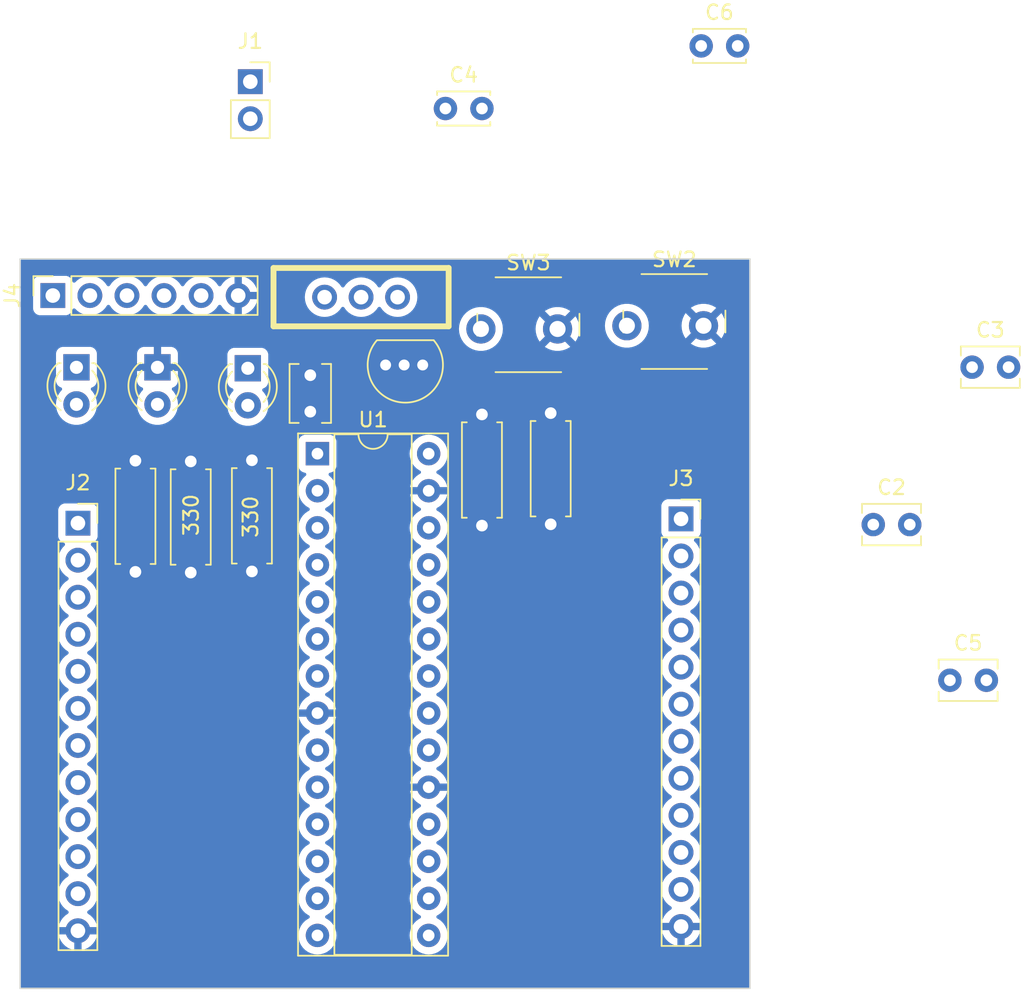
<source format=kicad_pcb>
(kicad_pcb (version 20221018) (generator pcbnew)
  (layers (0 "F.Cu" signal) (31 "B.Cu" signal) (34 "B.Paste" user) (35 "F.Paste" user) (36 "B.SilkS" user "B.Silkscreen") (37 "F.SilkS" user "F.Silkscreen") (38 "B.Mask" user) (39 "F.Mask" user) (44 "Edge.Cuts" user))
  (net 0 "")
  (net 1 "+3.3V")
  (net 2 "GND")
  (net 3 "/GREEN")
  (net 4 "Net-(D1-A)")
  (net 5 "Net-(D2-A)")
  (net 6 "/YELLOW")
  (net 7 "Net-(D3-A)")
  (net 8 "Net-(J1-Pin_1)")
  (net 9 "/A0")
  (net 10 "/A1")
  (net 11 "/B0")
  (net 12 "/B1")
  (net 13 "/B2")
  (net 14 "/A3")
  (net 15 "/B6")
  (net 16 "/Vin")
  (net 17 "/B15")
  (net 18 "/B14")
  (net 19 "/B13")
  (net 20 "/B12")
  (net 21 "/B11")
  (net 22 "/B10")
  (net 23 "/B9")
  (net 24 "/B8")
  (net 25 "/B7")
  (net 27 "/U1TX")
  (net 28 "/U1RX")
  (net 29 "Net-(J4-Pin_4)")
  (net 31 "/MCLR")
  (net 32 "/USER")
  (net 33 "Net-(U1-Vcap)")
  (footprint "Capacitor_THT:C_Disc_D3.4mm_W2.1mm_P2.50mm" (layer "F.Cu") (at 146.66 85.4)
    (fp_text reference "C6" (at 1.25 -2.3) (layer "F.SilkS"))
    (fp_text value "0.1uF")
    (fp_line (start -0.57 -1.17) (end -0.57 -0.925) (stroke (width 0.12)) (layer "F.SilkS"))
    (fp_line (start -0.57 -1.17) (end 3.07 -1.17) (stroke (width 0.12)) (layer "F.SilkS"))
    (fp_line (start -0.57 0.925) (end -0.57 1.17) (stroke (width 0.12)) (layer "F.SilkS"))
    (fp_line (start -0.57 1.17) (end 3.07 1.17) (stroke (width 0.12)) (layer "F.SilkS"))
    (fp_line (start 3.07 -1.17) (end 3.07 -0.925) (stroke (width 0.12)) (layer "F.SilkS"))
    (fp_line (start 3.07 0.925) (end 3.07 1.17) (stroke (width 0.12)) (layer "F.SilkS"))
    (pad "1" thru_hole circle (at 0 0) (size 1.6 1.6) (drill 0.8) (layers "*.Cu" "*.Mask") (net 1 "+3.3V"))
    (pad "2" thru_hole circle (at 2.5 0) (size 1.6 1.6) (drill 0.8) (layers "*.Cu" "*.Mask") (net 2 "GND"))
  )
  (footprint "Capacitor_THT:C_Disc_D3.8mm_W2.6mm_P2.50mm" (layer "F.Cu") (at 158.45 118.21)
    (fp_text reference "C2" (at 1.25 -2.55) (layer "F.SilkS"))
    (fp_text value "1uF")
    (fp_line (start -0.77 -1.42) (end -0.77 -0.795) (stroke (width 0.12)) (layer "F.SilkS"))
    (fp_line (start -0.77 -1.42) (end 3.27 -1.42) (stroke (width 0.12)) (layer "F.SilkS"))
    (fp_line (start -0.77 0.795) (end -0.77 1.42) (stroke (width 0.12)) (layer "F.SilkS"))
    (fp_line (start -0.77 1.42) (end 3.27 1.42) (stroke (width 0.12)) (layer "F.SilkS"))
    (fp_line (start 3.27 -1.42) (end 3.27 -0.795) (stroke (width 0.12)) (layer "F.SilkS"))
    (fp_line (start 3.27 0.795) (end 3.27 1.42) (stroke (width 0.12)) (layer "F.SilkS"))
    (pad "1" thru_hole circle (at 0 0) (size 1.6 1.6) (drill 0.8) (layers "*.Cu" "*.Mask") (net 1 "+3.3V"))
    (pad "2" thru_hole circle (at 2.5 0) (size 1.6 1.6) (drill 0.8) (layers "*.Cu" "*.Mask") (net 2 "GND"))
  )
  (footprint "ME433:SlideSwitch" (layer "F.Cu") (at 123.36 102.62)
    (fp_text reference "SW1" hide)
    (fp_text value "PWR" hide)
    (fp_line (start -6 -2) (end -6 2) (stroke (width 0.4)) (layer "F.SilkS"))
    (fp_line (start -6 2) (end 6 2) (stroke (width 0.4)) (layer "F.SilkS"))
    (fp_line (start 6 -2) (end -6 -2) (stroke (width 0.4)) (layer "F.SilkS"))
    (fp_line (start 6 -2) (end 6 2) (stroke (width 0.4)) (layer "F.SilkS"))
    (pad "1" thru_hole circle (at -2.5 0) (size 1.7 1.7) (drill 1) (layers "*.Cu" "*.Mask") (net 29 "Net-(J4-Pin_4)"))
    (pad "2" thru_hole circle (at 0 0) (size 1.7 1.7) (drill 1) (layers "*.Cu" "*.Mask") (net 16 "/Vin"))
    (pad "3" thru_hole circle (at 2.5 0) (size 1.7 1.7) (drill 1) (layers "*.Cu" "*.Mask") (net 8 "Net-(J1-Pin_1)"))
  )
  (footprint "ME433:SW_PUSH" (layer "F.Cu") (at 131.57 102.26)
    (fp_text reference "SW3" (at 3.25 -2) (layer "F.SilkS"))
    (fp_text value "USER")
    (fp_line (start -0.25 1.5) (end -0.25 3) (stroke (width 0.12)) (layer "F.SilkS"))
    (fp_line (start 1 5.5) (end 5.5 5.5) (stroke (width 0.12)) (layer "F.SilkS"))
    (fp_line (start 5.5 -1) (end 1 -1) (stroke (width 0.12)) (layer "F.SilkS"))
    (fp_line (start 6.75 3) (end 6.75 1.5) (stroke (width 0.12)) (layer "F.SilkS"))
    (pad "1" thru_hole circle (at 0 2.54 90) (size 2 2) (drill 1.1) (layers "*.Cu" "*.Mask") (net 32 "/USER"))
    (pad "2" thru_hole circle (at 5.25 2.54 90) (size 2 2) (drill 1.1) (layers "*.Cu" "*.Mask") (net 2 "GND"))
  )
  (footprint "ME433:SW_PUSH" (layer "F.Cu") (at 141.57 102.04)
    (fp_text reference "SW2" (at 3.25 -2) (layer "F.SilkS"))
    (fp_text value "MCLR")
    (fp_line (start -0.25 1.5) (end -0.25 3) (stroke (width 0.12)) (layer "F.SilkS"))
    (fp_line (start 1 5.5) (end 5.5 5.5) (stroke (width 0.12)) (layer "F.SilkS"))
    (fp_line (start 5.5 -1) (end 1 -1) (stroke (width 0.12)) (layer "F.SilkS"))
    (fp_line (start 6.75 3) (end 6.75 1.5) (stroke (width 0.12)) (layer "F.SilkS"))
    (pad "1" thru_hole circle (at 0 2.54 90) (size 2 2) (drill 1.1) (layers "*.Cu" "*.Mask") (net 31 "/MCLR"))
    (pad "2" thru_hole circle (at 5.25 2.54 90) (size 2 2) (drill 1.1) (layers "*.Cu" "*.Mask") (net 2 "GND"))
  )
  (footprint "Connector_PinSocket_2.54mm:PinSocket_1x06_P2.54mm_Vertical" (layer "F.Cu") (at 102.24 102.51 90)
    (fp_text reference "J4" (at 0 -2.77 90) (layer "F.SilkS"))
    (fp_text value "CP2102")
    (fp_line (start -1.33 1.27) (end -1.33 14.03) (stroke (width 0.12)) (layer "F.SilkS"))
    (fp_line (start -1.33 1.27) (end 1.33 1.27) (stroke (width 0.12)) (layer "F.SilkS"))
    (fp_line (start -1.33 14.03) (end 1.33 14.03) (stroke (width 0.12)) (layer "F.SilkS"))
    (fp_line (start 0 -1.33) (end 1.33 -1.33) (stroke (width 0.12)) (layer "F.SilkS"))
    (fp_line (start 1.33 -1.33) (end 1.33 0) (stroke (width 0.12)) (layer "F.SilkS"))
    (fp_line (start 1.33 1.27) (end 1.33 14.03) (stroke (width 0.12)) (layer "F.SilkS"))
    (pad "1" thru_hole rect (at 0 0 90) (size 1.7 1.7) (drill 1) (layers "*.Cu" "*.Mask"))
    (pad "2" thru_hole oval (at 0 2.54 90) (size 1.7 1.7) (drill 1) (layers "*.Cu" "*.Mask") (net 27 "/U1TX"))
    (pad "3" thru_hole oval (at 0 5.08 90) (size 1.7 1.7) (drill 1) (layers "*.Cu" "*.Mask") (net 28 "/U1RX"))
    (pad "4" thru_hole oval (at 0 7.62 90) (size 1.7 1.7) (drill 1) (layers "*.Cu" "*.Mask") (net 29 "Net-(J4-Pin_4)"))
    (pad "5" thru_hole oval (at 0 10.16 90) (size 1.7 1.7) (drill 1) (layers "*.Cu" "*.Mask"))
    (pad "6" thru_hole oval (at 0 12.7 90) (size 1.7 1.7) (drill 1) (layers "*.Cu" "*.Mask") (net 2 "GND"))
  )
  (footprint "Connector_PinSocket_2.54mm:PinSocket_1x12_P2.54mm_Vertical" (layer "F.Cu") (at 103.96 118.11)
    (fp_text reference "J2" (at 0 -2.77) (layer "F.SilkS"))
    (fp_text value "LEFT")
    (fp_line (start -1.33 1.27) (end -1.33 29.27) (stroke (width 0.12)) (layer "F.SilkS"))
    (fp_line (start -1.33 1.27) (end 1.33 1.27) (stroke (width 0.12)) (layer "F.SilkS"))
    (fp_line (start -1.33 29.27) (end 1.33 29.27) (stroke (width 0.12)) (layer "F.SilkS"))
    (fp_line (start 0 -1.33) (end 1.33 -1.33) (stroke (width 0.12)) (layer "F.SilkS"))
    (fp_line (start 1.33 -1.33) (end 1.33 0) (stroke (width 0.12)) (layer "F.SilkS"))
    (fp_line (start 1.33 1.27) (end 1.33 29.27) (stroke (width 0.12)) (layer "F.SilkS"))
    (pad "1" thru_hole rect (at 0 0) (size 1.7 1.7) (drill 1) (layers "*.Cu" "*.Mask") (net 9 "/A0"))
    (pad "2" thru_hole oval (at 0 2.54) (size 1.7 1.7) (drill 1) (layers "*.Cu" "*.Mask") (net 10 "/A1"))
    (pad "3" thru_hole oval (at 0 5.08) (size 1.7 1.7) (drill 1) (layers "*.Cu" "*.Mask") (net 11 "/B0"))
    (pad "4" thru_hole oval (at 0 7.62) (size 1.7 1.7) (drill 1) (layers "*.Cu" "*.Mask") (net 12 "/B1"))
    (pad "5" thru_hole oval (at 0 10.16) (size 1.7 1.7) (drill 1) (layers "*.Cu" "*.Mask") (net 13 "/B2"))
    (pad "6" thru_hole oval (at 0 12.7) (size 1.7 1.7) (drill 1) (layers "*.Cu" "*.Mask") (net 14 "/A3"))
    (pad "7" thru_hole oval (at 0 15.24) (size 1.7 1.7) (drill 1) (layers "*.Cu" "*.Mask") (net 3 "/GREEN"))
    (pad "8" thru_hole oval (at 0 17.78) (size 1.7 1.7) (drill 1) (layers "*.Cu" "*.Mask") (net 6 "/YELLOW"))
    (pad "9" thru_hole oval (at 0 20.32) (size 1.7 1.7) (drill 1) (layers "*.Cu" "*.Mask") (net 15 "/B6"))
    (pad "10" thru_hole oval (at 0 22.86) (size 1.7 1.7) (drill 1) (layers "*.Cu" "*.Mask") (net 16 "/Vin"))
    (pad "11" thru_hole oval (at 0 25.4) (size 1.7 1.7) (drill 1) (layers "*.Cu" "*.Mask") (net 1 "+3.3V"))
    (pad "12" thru_hole oval (at 0 27.94) (size 1.7 1.7) (drill 1) (layers "*.Cu" "*.Mask") (net 2 "GND"))
  )
  (footprint "Resistor_THT:R_Axial_DIN0207_L6.3mm_D2.5mm_P7.62mm_Horizontal" (layer "F.Cu") (at 111.69 113.88 -90)
    (fp_text reference "R2" hide)
    (fp_text value "330" (at 3.67 -0.03 90) (layer "F.SilkS"))
    (fp_line (start 0.54 -1.37) (end 7.08 -1.37) (stroke (width 0.12)) (layer "F.SilkS"))
    (fp_line (start 0.54 -1.04) (end 0.54 -1.37) (stroke (width 0.12)) (layer "F.SilkS"))
    (fp_line (start 0.54 1.04) (end 0.54 1.37) (stroke (width 0.12)) (layer "F.SilkS"))
    (fp_line (start 0.54 1.37) (end 7.08 1.37) (stroke (width 0.12)) (layer "F.SilkS"))
    (fp_line (start 7.08 -1.37) (end 7.08 -1.04) (stroke (width 0.12)) (layer "F.SilkS"))
    (fp_line (start 7.08 1.37) (end 7.08 1.04) (stroke (width 0.12)) (layer "F.SilkS"))
    (pad "1" thru_hole circle (at 0 0 270) (size 1.6 1.6) (drill 0.8) (layers "*.Cu" "*.Mask") (net 5 "Net-(D2-A)"))
    (pad "2" thru_hole oval (at 7.62 0 270) (size 1.6 1.6) (drill 0.8) (layers "*.Cu" "*.Mask") (net 1 "+3.3V"))
  )
  (footprint "Connector_PinSocket_2.54mm:PinSocket_1x12_P2.54mm_Vertical" (layer "F.Cu") (at 145.28 117.82)
    (fp_text reference "J3" (at 0 -2.77) (layer "F.SilkS"))
    (fp_text value "RIGHT")
    (fp_line (start -1.33 1.27) (end -1.33 29.27) (stroke (width 0.12)) (layer "F.SilkS"))
    (fp_line (start -1.33 1.27) (end 1.33 1.27) (stroke (width 0.12)) (layer "F.SilkS"))
    (fp_line (start -1.33 29.27) (end 1.33 29.27) (stroke (width 0.12)) (layer "F.SilkS"))
    (fp_line (start 0 -1.33) (end 1.33 -1.33) (stroke (width 0.12)) (layer "F.SilkS"))
    (fp_line (start 1.33 -1.33) (end 1.33 0) (stroke (width 0.12)) (layer "F.SilkS"))
    (fp_line (start 1.33 1.27) (end 1.33 29.27) (stroke (width 0.12)) (layer "F.SilkS"))
    (pad "1" thru_hole rect (at 0 0) (size 1.7 1.7) (drill 1) (layers "*.Cu" "*.Mask") (net 17 "/B15"))
    (pad "2" thru_hole oval (at 0 2.54) (size 1.7 1.7) (drill 1) (layers "*.Cu" "*.Mask") (net 18 "/B14"))
    (pad "3" thru_hole oval (at 0 5.08) (size 1.7 1.7) (drill 1) (layers "*.Cu" "*.Mask") (net 19 "/B13"))
    (pad "4" thru_hole oval (at 0 7.62) (size 1.7 1.7) (drill 1) (layers "*.Cu" "*.Mask") (net 20 "/B12"))
    (pad "5" thru_hole oval (at 0 10.16) (size 1.7 1.7) (drill 1) (layers "*.Cu" "*.Mask") (net 21 "/B11"))
    (pad "6" thru_hole oval (at 0 12.7) (size 1.7 1.7) (drill 1) (layers "*.Cu" "*.Mask") (net 22 "/B10"))
    (pad "7" thru_hole oval (at 0 15.24) (size 1.7 1.7) (drill 1) (layers "*.Cu" "*.Mask") (net 23 "/B9"))
    (pad "8" thru_hole oval (at 0 17.78) (size 1.7 1.7) (drill 1) (layers "*.Cu" "*.Mask") (net 24 "/B8"))
    (pad "9" thru_hole oval (at 0 20.32) (size 1.7 1.7) (drill 1) (layers "*.Cu" "*.Mask") (net 25 "/B7"))
    (pad "10" thru_hole oval (at 0 22.86) (size 1.7 1.7) (drill 1) (layers "*.Cu" "*.Mask") (net 16 "/Vin"))
    (pad "11" thru_hole oval (at 0 25.4) (size 1.7 1.7) (drill 1) (layers "*.Cu" "*.Mask") (net 1 "+3.3V"))
    (pad "12" thru_hole oval (at 0 27.94) (size 1.7 1.7) (drill 1) (layers "*.Cu" "*.Mask") (net 2 "GND"))
  )
  (footprint "Resistor_THT:R_Axial_DIN0207_L6.3mm_D2.5mm_P7.62mm_Horizontal" (layer "F.Cu") (at 107.9 113.83 -90)
    (fp_text reference "R3" hide)
    (fp_text value "330")
    (fp_line (start 0.54 -1.37) (end 7.08 -1.37) (stroke (width 0.12)) (layer "F.SilkS"))
    (fp_line (start 0.54 -1.04) (end 0.54 -1.37) (stroke (width 0.12)) (layer "F.SilkS"))
    (fp_line (start 0.54 1.04) (end 0.54 1.37) (stroke (width 0.12)) (layer "F.SilkS"))
    (fp_line (start 0.54 1.37) (end 7.08 1.37) (stroke (width 0.12)) (layer "F.SilkS"))
    (fp_line (start 7.08 -1.37) (end 7.08 -1.04) (stroke (width 0.12)) (layer "F.SilkS"))
    (fp_line (start 7.08 1.37) (end 7.08 1.04) (stroke (width 0.12)) (layer "F.SilkS"))
    (pad "1" thru_hole circle (at 0 0 270) (size 1.6 1.6) (drill 0.8) (layers "*.Cu" "*.Mask") (net 7 "Net-(D3-A)"))
    (pad "2" thru_hole oval (at 7.62 0 270) (size 1.6 1.6) (drill 0.8) (layers "*.Cu" "*.Mask") (net 1 "+3.3V"))
  )
  (footprint "Resistor_THT:R_Axial_DIN0207_L6.3mm_D2.5mm_P7.62mm_Horizontal" (layer "F.Cu") (at 131.64 118.28 90)
    (fp_text reference "R5" hide)
    (fp_text value "10K")
    (fp_line (start 0.54 -1.37) (end 7.08 -1.37) (stroke (width 0.12)) (layer "F.SilkS"))
    (fp_line (start 0.54 -1.04) (end 0.54 -1.37) (stroke (width 0.12)) (layer "F.SilkS"))
    (fp_line (start 0.54 1.04) (end 0.54 1.37) (stroke (width 0.12)) (layer "F.SilkS"))
    (fp_line (start 0.54 1.37) (end 7.08 1.37) (stroke (width 0.12)) (layer "F.SilkS"))
    (fp_line (start 7.08 -1.37) (end 7.08 -1.04) (stroke (width 0.12)) (layer "F.SilkS"))
    (fp_line (start 7.08 1.37) (end 7.08 1.04) (stroke (width 0.12)) (layer "F.SilkS"))
    (pad "1" thru_hole circle (at 0 0 90) (size 1.6 1.6) (drill 0.8) (layers "*.Cu" "*.Mask") (net 1 "+3.3V"))
    (pad "2" thru_hole oval (at 7.62 0 90) (size 1.6 1.6) (drill 0.8) (layers "*.Cu" "*.Mask") (net 32 "/USER"))
  )
  (footprint "Resistor_THT:R_Axial_DIN0207_L6.3mm_D2.5mm_P7.62mm_Horizontal" (layer "F.Cu") (at 115.88 113.8 -90)
    (fp_text reference "330" (at 3.87 0.09 90) (layer "F.SilkS"))
    (fp_text value "R" hide)
    (fp_line (start 0.54 -1.37) (end 7.08 -1.37) (stroke (width 0.12)) (layer "F.SilkS"))
    (fp_line (start 0.54 -1.04) (end 0.54 -1.37) (stroke (width 0.12)) (layer "F.SilkS"))
    (fp_line (start 0.54 1.04) (end 0.54 1.37) (stroke (width 0.12)) (layer "F.SilkS"))
    (fp_line (start 0.54 1.37) (end 7.08 1.37) (stroke (width 0.12)) (layer "F.SilkS"))
    (fp_line (start 7.08 -1.37) (end 7.08 -1.04) (stroke (width 0.12)) (layer "F.SilkS"))
    (fp_line (start 7.08 1.37) (end 7.08 1.04) (stroke (width 0.12)) (layer "F.SilkS"))
    (pad "1" thru_hole circle (at 0 0 270) (size 1.6 1.6) (drill 0.8) (layers "*.Cu" "*.Mask") (net 4 "Net-(D1-A)"))
    (pad "2" thru_hole oval (at 7.62 0 270) (size 1.6 1.6) (drill 0.8) (layers "*.Cu" "*.Mask") (net 1 "+3.3V"))
  )
  (footprint "Capacitor_THT:C_Disc_D3.8mm_W2.6mm_P2.50mm" (layer "F.Cu") (at 165.22 107.42)
    (fp_text reference "C3" (at 1.25 -2.55) (layer "F.SilkS"))
    (fp_text value "1uF")
    (fp_line (start -0.77 -1.42) (end -0.77 -0.795) (stroke (width 0.12)) (layer "F.SilkS"))
    (fp_line (start -0.77 -1.42) (end 3.27 -1.42) (stroke (width 0.12)) (layer "F.SilkS"))
    (fp_line (start -0.77 0.795) (end -0.77 1.42) (stroke (width 0.12)) (layer "F.SilkS"))
    (fp_line (start -0.77 1.42) (end 3.27 1.42) (stroke (width 0.12)) (layer "F.SilkS"))
    (fp_line (start 3.27 -1.42) (end 3.27 -0.795) (stroke (width 0.12)) (layer "F.SilkS"))
    (fp_line (start 3.27 0.795) (end 3.27 1.42) (stroke (width 0.12)) (layer "F.SilkS"))
    (pad "1" thru_hole circle (at 0 0) (size 1.6 1.6) (drill 0.8) (layers "*.Cu" "*.Mask") (net 1 "+3.3V"))
    (pad "2" thru_hole circle (at 2.5 0) (size 1.6 1.6) (drill 0.8) (layers "*.Cu" "*.Mask") (net 2 "GND"))
  )
  (footprint "Connector_PinSocket_2.54mm:PinSocket_1x02_P2.54mm_Vertical" (layer "F.Cu") (at 115.77 87.85)
    (fp_text reference "J1" (at 0 -2.77) (layer "F.SilkS"))
    (fp_text value "Battery")
    (fp_line (start -1.33 1.27) (end -1.33 3.87) (stroke (width 0.12)) (layer "F.SilkS"))
    (fp_line (start -1.33 1.27) (end 1.33 1.27) (stroke (width 0.12)) (layer "F.SilkS"))
    (fp_line (start -1.33 3.87) (end 1.33 3.87) (stroke (width 0.12)) (layer "F.SilkS"))
    (fp_line (start 0 -1.33) (end 1.33 -1.33) (stroke (width 0.12)) (layer "F.SilkS"))
    (fp_line (start 1.33 -1.33) (end 1.33 0) (stroke (width 0.12)) (layer "F.SilkS"))
    (fp_line (start 1.33 1.27) (end 1.33 3.87) (stroke (width 0.12)) (layer "F.SilkS"))
    (pad "1" thru_hole rect (at 0 0) (size 1.7 1.7) (drill 1) (layers "*.Cu" "*.Mask") (net 8 "Net-(J1-Pin_1)"))
    (pad "2" thru_hole oval (at 0 2.54) (size 1.7 1.7) (drill 1) (layers "*.Cu" "*.Mask") (net 2 "GND"))
  )
  (footprint "LED_THT:LED_D3.0mm" (layer "F.Cu") (at 115.6 107.495 -90)
    (fp_text reference "D1" hide)
    (fp_text value "GREEN")
    (fp_line (start -0.29 -1.236) (end -0.29 -1.08) (stroke (width 0.12)) (layer "F.SilkS"))
    (fp_line (start -0.29 1.08) (end -0.29 1.236) (stroke (width 0.12)) (layer "F.SilkS"))
    (fp_arc (start -0.29 -1.235516) (mid 1.366487 -1.987659) (end 2.942335 -1.078608) (stroke (width 0.12)) (layer "F.SilkS"))
    (fp_arc (start 0.229039 -1.08) (mid 1.270117 -1.5) (end 2.31113 -1.079837) (stroke (width 0.12)) (layer "F.SilkS"))
    (fp_arc (start 2.31113 1.079837) (mid 1.270117 1.5) (end 0.229039 1.08) (stroke (width 0.12)) (layer "F.SilkS"))
    (fp_arc (start 2.942335 1.078608) (mid 1.366487 1.987659) (end -0.29 1.235516) (stroke (width 0.12)) (layer "F.SilkS"))
    (pad "1" thru_hole rect (at 0 0 270) (size 1.8 1.8) (drill 0.9) (layers "*.Cu" "*.Mask") (net 3 "/GREEN"))
    (pad "2" thru_hole circle (at 2.54 0 270) (size 1.8 1.8) (drill 0.9) (layers "*.Cu" "*.Mask") (net 4 "Net-(D1-A)"))
  )
  (footprint "LED_THT:LED_D3.0mm" (layer "F.Cu") (at 103.86 107.43 -90)
    (fp_text reference "D3" hide)
    (fp_text value "YELLOW")
    (fp_line (start -0.29 -1.236) (end -0.29 -1.08) (stroke (width 0.12)) (layer "F.SilkS"))
    (fp_line (start -0.29 1.08) (end -0.29 1.236) (stroke (width 0.12)) (layer "F.SilkS"))
    (fp_arc (start -0.29 -1.235516) (mid 1.366487 -1.987659) (end 2.942335 -1.078608) (stroke (width 0.12)) (layer "F.SilkS"))
    (fp_arc (start 0.229039 -1.08) (mid 1.270117 -1.5) (end 2.31113 -1.079837) (stroke (width 0.12)) (layer "F.SilkS"))
    (fp_arc (start 2.31113 1.079837) (mid 1.270117 1.5) (end 0.229039 1.08) (stroke (width 0.12)) (layer "F.SilkS"))
    (fp_arc (start 2.942335 1.078608) (mid 1.366487 1.987659) (end -0.29 1.235516) (stroke (width 0.12)) (layer "F.SilkS"))
    (pad "1" thru_hole rect (at 0 0 270) (size 1.8 1.8) (drill 0.9) (layers "*.Cu" "*.Mask") (net 6 "/YELLOW"))
    (pad "2" thru_hole circle (at 2.54 0 270) (size 1.8 1.8) (drill 0.9) (layers "*.Cu" "*.Mask") (net 7 "Net-(D3-A)"))
  )
  (footprint "Capacitor_THT:C_Disc_D3.4mm_W2.1mm_P2.50mm" (layer "F.Cu") (at 129.14 89.69)
    (fp_text reference "C4" (at 1.25 -2.3) (layer "F.SilkS"))
    (fp_text value "0.1uF")
    (fp_line (start -0.57 -1.17) (end -0.57 -0.925) (stroke (width 0.12)) (layer "F.SilkS"))
    (fp_line (start -0.57 -1.17) (end 3.07 -1.17) (stroke (width 0.12)) (layer "F.SilkS"))
    (fp_line (start -0.57 0.925) (end -0.57 1.17) (stroke (width 0.12)) (layer "F.SilkS"))
    (fp_line (start -0.57 1.17) (end 3.07 1.17) (stroke (width 0.12)) (layer "F.SilkS"))
    (fp_line (start 3.07 -1.17) (end 3.07 -0.925) (stroke (width 0.12)) (layer "F.SilkS"))
    (fp_line (start 3.07 0.925) (end 3.07 1.17) (stroke (width 0.12)) (layer "F.SilkS"))
    (pad "1" thru_hole circle (at 0 0) (size 1.6 1.6) (drill 0.8) (layers "*.Cu" "*.Mask") (net 1 "+3.3V"))
    (pad "2" thru_hole circle (at 2.5 0) (size 1.6 1.6) (drill 0.8) (layers "*.Cu" "*.Mask") (net 2 "GND"))
  )
  (footprint "Package_TO_SOT_THT:TO-92L_Inline" (layer "F.Cu") (at 127.58 107.27 180)
    (fp_text reference "U2" hide)
    (fp_text value "AP7381")
    (fp_line (start -0.75 1.7) (end 3.1 1.7) (stroke (width 0.12)) (layer "F.SilkS"))
    (fp_arc (start -0.75 1.7) (mid 1.183448 -2.579449) (end 3.138611 1.690122) (stroke (width 0.12)) (layer "F.SilkS"))
    (pad "1" thru_hole rect (at 0 0 180) (size 1.05 1.5) (drill 0.75) (layers "*.Cu" "*.Mask") (net 1 "+3.3V"))
    (pad "2" thru_hole oval (at 1.27 0 180) (size 1.05 1.5) (drill 0.75) (layers "*.Cu" "*.Mask") (net 2 "GND"))
    (pad "3" thru_hole oval (at 2.54 0 180) (size 1.05 1.5) (drill 0.75) (layers "*.Cu" "*.Mask") (net 16 "/Vin"))
  )
  (footprint "Resistor_THT:R_Axial_DIN0207_L6.3mm_D2.5mm_P7.62mm_Horizontal" (layer "F.Cu") (at 136.35 118.19 90)
    (fp_text reference "R4" hide)
    (fp_text value "10K")
    (fp_line (start 0.54 -1.37) (end 7.08 -1.37) (stroke (width 0.12)) (layer "F.SilkS"))
    (fp_line (start 0.54 -1.04) (end 0.54 -1.37) (stroke (width 0.12)) (layer "F.SilkS"))
    (fp_line (start 0.54 1.04) (end 0.54 1.37) (stroke (width 0.12)) (layer "F.SilkS"))
    (fp_line (start 0.54 1.37) (end 7.08 1.37) (stroke (width 0.12)) (layer "F.SilkS"))
    (fp_line (start 7.08 -1.37) (end 7.08 -1.04) (stroke (width 0.12)) (layer "F.SilkS"))
    (fp_line (start 7.08 1.37) (end 7.08 1.04) (stroke (width 0.12)) (layer "F.SilkS"))
    (pad "1" thru_hole circle (at 0 0 90) (size 1.6 1.6) (drill 0.8) (layers "*.Cu" "*.Mask") (net 1 "+3.3V"))
    (pad "2" thru_hole oval (at 7.62 0 90) (size 1.6 1.6) (drill 0.8) (layers "*.Cu" "*.Mask") (net 31 "/MCLR"))
  )
  (footprint "Capacitor_THT:C_Disc_D3.8mm_W2.6mm_P2.50mm" (layer "F.Cu") (at 119.88 107.97 -90)
    (fp_text reference "C1" hide)
    (fp_text value "1uF")
    (fp_line (start -0.77 -1.42) (end -0.77 -0.795) (stroke (width 0.12)) (layer "F.SilkS"))
    (fp_line (start -0.77 -1.42) (end 3.27 -1.42) (stroke (width 0.12)) (layer "F.SilkS"))
    (fp_line (start -0.77 0.795) (end -0.77 1.42) (stroke (width 0.12)) (layer "F.SilkS"))
    (fp_line (start -0.77 1.42) (end 3.27 1.42) (stroke (width 0.12)) (layer "F.SilkS"))
    (fp_line (start 3.27 -1.42) (end 3.27 -0.795) (stroke (width 0.12)) (layer "F.SilkS"))
    (fp_line (start 3.27 0.795) (end 3.27 1.42) (stroke (width 0.12)) (layer "F.SilkS"))
    (pad "1" thru_hole circle (at 0 0 270) (size 1.6 1.6) (drill 0.8) (layers "*.Cu" "*.Mask") (net 16 "/Vin"))
    (pad "2" thru_hole circle (at 2.5 0 270) (size 1.6 1.6) (drill 0.8) (layers "*.Cu" "*.Mask") (net 2 "GND"))
  )
  (footprint "LED_THT:LED_D3.0mm" (layer "F.Cu") (at 109.41 107.43 -90)
    (fp_text reference "D2" hide)
    (fp_text value "RED")
    (fp_line (start -0.29 -1.236) (end -0.29 -1.08) (stroke (width 0.12)) (layer "F.SilkS"))
    (fp_line (start -0.29 1.08) (end -0.29 1.236) (stroke (width 0.12)) (layer "F.SilkS"))
    (fp_arc (start -0.29 -1.235516) (mid 1.366487 -1.987659) (end 2.942335 -1.078608) (stroke (width 0.12)) (layer "F.SilkS"))
    (fp_arc (start 0.229039 -1.08) (mid 1.270117 -1.5) (end 2.31113 -1.079837) (stroke (width 0.12)) (layer "F.SilkS"))
    (fp_arc (start 2.31113 1.079837) (mid 1.270117 1.5) (end 0.229039 1.08) (stroke (width 0.12)) (layer "F.SilkS"))
    (fp_arc (start 2.942335 1.078608) (mid 1.366487 1.987659) (end -0.29 1.235516) (stroke (width 0.12)) (layer "F.SilkS"))
    (pad "1" thru_hole rect (at 0 0 270) (size 1.8 1.8) (drill 0.9) (layers "*.Cu" "*.Mask") (net 2 "GND"))
    (pad "2" thru_hole circle (at 2.54 0 270) (size 1.8 1.8) (drill 0.9) (layers "*.Cu" "*.Mask") (net 5 "Net-(D2-A)"))
  )
  (footprint "Capacitor_THT:C_Disc_D3.8mm_W2.6mm_P2.50mm" (layer "F.Cu") (at 163.7 128.88)
    (fp_text reference "C5" (at 1.25 -2.55) (layer "F.SilkS"))
    (fp_text value "1uF")
    (fp_line (start -0.77 -1.42) (end -0.77 -0.795) (stroke (width 0.12)) (layer "F.SilkS"))
    (fp_line (start -0.77 -1.42) (end 3.27 -1.42) (stroke (width 0.12)) (layer "F.SilkS"))
    (fp_line (start -0.77 0.795) (end -0.77 1.42) (stroke (width 0.12)) (layer "F.SilkS"))
    (fp_line (start -0.77 1.42) (end 3.27 1.42) (stroke (width 0.12)) (layer "F.SilkS"))
    (fp_line (start 3.27 -1.42) (end 3.27 -0.795) (stroke (width 0.12)) (layer "F.SilkS"))
    (fp_line (start 3.27 0.795) (end 3.27 1.42) (stroke (width 0.12)) (layer "F.SilkS"))
    (pad "1" thru_hole circle (at 0 0) (size 1.6 1.6) (drill 0.8) (layers "*.Cu" "*.Mask") (net 33 "Net-(U1-Vcap)"))
    (pad "2" thru_hole circle (at 2.5 0) (size 1.6 1.6) (drill 0.8) (layers "*.Cu" "*.Mask") (net 2 "GND"))
  )
  (footprint "Package_DIP:DIP-28_W7.62mm_Socket" (layer "F.Cu") (at 120.37 113.35)
    (fp_text reference "U1" (at 3.81 -2.33) (layer "F.SilkS"))
    (fp_text value "~")
    (fp_line (start -1.33 -1.39) (end -1.33 34.41) (stroke (width 0.12)) (layer "F.SilkS"))
    (fp_line (start -1.33 34.41) (end 8.95 34.41) (stroke (width 0.12)) (layer "F.SilkS"))
    (fp_line (start 1.16 -1.33) (end 1.16 34.35) (stroke (width 0.12)) (layer "F.SilkS"))
    (fp_line (start 1.16 34.35) (end 6.46 34.35) (stroke (width 0.12)) (layer "F.SilkS"))
    (fp_line (start 2.81 -1.33) (end 1.16 -1.33) (stroke (width 0.12)) (layer "F.SilkS"))
    (fp_line (start 6.46 -1.33) (end 4.81 -1.33) (stroke (width 0.12)) (layer "F.SilkS"))
    (fp_line (start 6.46 34.35) (end 6.46 -1.33) (stroke (width 0.12)) (layer "F.SilkS"))
    (fp_line (start 8.95 -1.39) (end -1.33 -1.39) (stroke (width 0.12)) (layer "F.SilkS"))
    (fp_line (start 8.95 34.41) (end 8.95 -1.39) (stroke (width 0.12)) (layer "F.SilkS"))
    (fp_arc (start 4.81 -1.33) (mid 3.81 -0.33) (end 2.81 -1.33) (stroke (width 0.12)) (layer "F.SilkS"))
    (pad "1" thru_hole rect (at 0 0) (size 1.6 1.6) (drill 0.8) (layers "*.Cu" "*.Mask") (net 31 "/MCLR"))
    (pad "2" thru_hole oval (at 0 2.54) (size 1.6 1.6) (drill 0.8) (layers "*.Cu" "*.Mask") (net 9 "/A0"))
    (pad "3" thru_hole oval (at 0 5.08) (size 1.6 1.6) (drill 0.8) (layers "*.Cu" "*.Mask") (net 10 "/A1"))
    (pad "4" thru_hole oval (at 0 7.62) (size 1.6 1.6) (drill 0.8) (layers "*.Cu" "*.Mask") (net 11 "/B0"))
    (pad "5" thru_hole oval (at 0 10.16) (size 1.6 1.6) (drill 0.8) (layers "*.Cu" "*.Mask") (net 12 "/B1"))
    (pad "6" thru_hole oval (at 0 12.7) (size 1.6 1.6) (drill 0.8) (layers "*.Cu" "*.Mask") (net 13 "/B2"))
    (pad "7" thru_hole oval (at 0 15.24) (size 1.6 1.6) (drill 0.8) (layers "*.Cu" "*.Mask") (net 27 "/U1TX"))
    (pad "8" thru_hole oval (at 0 17.78) (size 1.6 1.6) (drill 0.8) (layers "*.Cu" "*.Mask") (net 2 "GND"))
    (pad "9" thru_hole oval (at 0 20.32) (size 1.6 1.6) (drill 0.8) (layers "*.Cu" "*.Mask") (net 28 "/U1RX"))
    (pad "10" thru_hole oval (at 0 22.86) (size 1.6 1.6) (drill 0.8) (layers "*.Cu" "*.Mask") (net 14 "/A3"))
    (pad "11" thru_hole oval (at 0 25.4) (size 1.6 1.6) (drill 0.8) (layers "*.Cu" "*.Mask") (net 3 "/GREEN"))
    (pad "12" thru_hole oval (at 0 27.94) (size 1.6 1.6) (drill 0.8) (layers "*.Cu" "*.Mask") (net 32 "/USER"))
    (pad "13" thru_hole oval (at 0 30.48) (size 1.6 1.6) (drill 0.8) (layers "*.Cu" "*.Mask") (net 1 "+3.3V"))
    (pad "14" thru_hole oval (at 0 33.02) (size 1.6 1.6) (drill 0.8) (layers "*.Cu" "*.Mask") (net 6 "/YELLOW"))
    (pad "15" thru_hole oval (at 7.62 33.02) (size 1.6 1.6) (drill 0.8) (layers "*.Cu" "*.Mask") (net 15 "/B6"))
    (pad "16" thru_hole oval (at 7.62 30.48) (size 1.6 1.6) (drill 0.8) (layers "*.Cu" "*.Mask") (net 25 "/B7"))
    (pad "17" thru_hole oval (at 7.62 27.94) (size 1.6 1.6) (drill 0.8) (layers "*.Cu" "*.Mask") (net 24 "/B8"))
    (pad "18" thru_hole oval (at 7.62 25.4) (size 1.6 1.6) (drill 0.8) (layers "*.Cu" "*.Mask") (net 23 "/B9"))
    (pad "19" thru_hole oval (at 7.62 22.86) (size 1.6 1.6) (drill 0.8) (layers "*.Cu" "*.Mask") (net 2 "GND"))
    (pad "20" thru_hole oval (at 7.62 20.32) (size 1.6 1.6) (drill 0.8) (layers "*.Cu" "*.Mask") (net 33 "Net-(U1-Vcap)"))
    (pad "21" thru_hole oval (at 7.62 17.78) (size 1.6 1.6) (drill 0.8) (layers "*.Cu" "*.Mask") (net 22 "/B10"))
    (pad "22" thru_hole oval (at 7.62 15.24) (size 1.6 1.6) (drill 0.8) (layers "*.Cu" "*.Mask") (net 21 "/B11"))
    (pad "23" thru_hole oval (at 7.62 12.7) (size 1.6 1.6) (drill 0.8) (layers "*.Cu" "*.Mask") (net 20 "/B12"))
    (pad "24" thru_hole oval (at 7.62 10.16) (size 1.6 1.6) (drill 0.8) (layers "*.Cu" "*.Mask") (net 19 "/B13"))
    (pad "25" thru_hole oval (at 7.62 7.62) (size 1.6 1.6) (drill 0.8) (layers "*.Cu" "*.Mask") (net 18 "/B14"))
    (pad "26" thru_hole oval (at 7.62 5.08) (size 1.6 1.6) (drill 0.8) (layers "*.Cu" "*.Mask") (net 17 "/B15"))
    (pad "27" thru_hole oval (at 7.62 2.54) (size 1.6 1.6) (drill 0.8) (layers "*.Cu" "*.Mask") (net 2 "GND"))
    (pad "28" thru_hole oval (at 7.62 0) (size 1.6 1.6) (drill 0.8) (layers "*.Cu" "*.Mask") (net 1 "+3.3V"))
  )
  (gr_rect (start 100 100) (end 150 150) (stroke (width 0.1)) (fill none) (layer "Edge.Cuts"))
  (zone (net 2) (net_name "GND") (layer "B.Cu") (connect_pads (clearance 0.5)) (min_thickness 0.25) (fill yes (thermal_gap 0.5) (thermal_bridge_width 0.5))
    (polygon (pts (xy 99.48 99.48) (xy 99.13 150.85) (xy 151.38 151.03) (xy 151.12 99.12)))
  )
)
</source>
